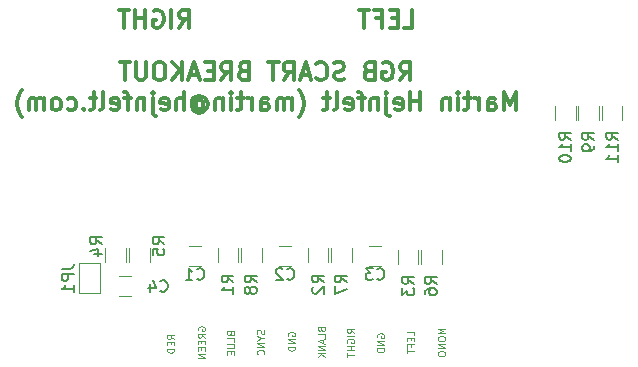
<source format=gbr>
G04 #@! TF.FileFunction,Legend,Bot*
%FSLAX46Y46*%
G04 Gerber Fmt 4.6, Leading zero omitted, Abs format (unit mm)*
G04 Created by KiCad (PCBNEW 4.0.7-e2-6376~61~ubuntu18.04.1) date Fri Dec 20 20:00:32 2019*
%MOMM*%
%LPD*%
G01*
G04 APERTURE LIST*
%ADD10C,0.100000*%
%ADD11C,0.300000*%
%ADD12C,0.120000*%
%ADD13C,0.150000*%
G04 APERTURE END LIST*
D10*
D11*
X155720428Y-79540571D02*
X156220428Y-78826286D01*
X156577571Y-79540571D02*
X156577571Y-78040571D01*
X156006143Y-78040571D01*
X155863285Y-78112000D01*
X155791857Y-78183429D01*
X155720428Y-78326286D01*
X155720428Y-78540571D01*
X155791857Y-78683429D01*
X155863285Y-78754857D01*
X156006143Y-78826286D01*
X156577571Y-78826286D01*
X154291857Y-78112000D02*
X154434714Y-78040571D01*
X154649000Y-78040571D01*
X154863285Y-78112000D01*
X155006143Y-78254857D01*
X155077571Y-78397714D01*
X155149000Y-78683429D01*
X155149000Y-78897714D01*
X155077571Y-79183429D01*
X155006143Y-79326286D01*
X154863285Y-79469143D01*
X154649000Y-79540571D01*
X154506143Y-79540571D01*
X154291857Y-79469143D01*
X154220428Y-79397714D01*
X154220428Y-78897714D01*
X154506143Y-78897714D01*
X153077571Y-78754857D02*
X152863285Y-78826286D01*
X152791857Y-78897714D01*
X152720428Y-79040571D01*
X152720428Y-79254857D01*
X152791857Y-79397714D01*
X152863285Y-79469143D01*
X153006143Y-79540571D01*
X153577571Y-79540571D01*
X153577571Y-78040571D01*
X153077571Y-78040571D01*
X152934714Y-78112000D01*
X152863285Y-78183429D01*
X152791857Y-78326286D01*
X152791857Y-78469143D01*
X152863285Y-78612000D01*
X152934714Y-78683429D01*
X153077571Y-78754857D01*
X153577571Y-78754857D01*
X151006143Y-79469143D02*
X150791857Y-79540571D01*
X150434714Y-79540571D01*
X150291857Y-79469143D01*
X150220428Y-79397714D01*
X150149000Y-79254857D01*
X150149000Y-79112000D01*
X150220428Y-78969143D01*
X150291857Y-78897714D01*
X150434714Y-78826286D01*
X150720428Y-78754857D01*
X150863286Y-78683429D01*
X150934714Y-78612000D01*
X151006143Y-78469143D01*
X151006143Y-78326286D01*
X150934714Y-78183429D01*
X150863286Y-78112000D01*
X150720428Y-78040571D01*
X150363286Y-78040571D01*
X150149000Y-78112000D01*
X148649000Y-79397714D02*
X148720429Y-79469143D01*
X148934715Y-79540571D01*
X149077572Y-79540571D01*
X149291857Y-79469143D01*
X149434715Y-79326286D01*
X149506143Y-79183429D01*
X149577572Y-78897714D01*
X149577572Y-78683429D01*
X149506143Y-78397714D01*
X149434715Y-78254857D01*
X149291857Y-78112000D01*
X149077572Y-78040571D01*
X148934715Y-78040571D01*
X148720429Y-78112000D01*
X148649000Y-78183429D01*
X148077572Y-79112000D02*
X147363286Y-79112000D01*
X148220429Y-79540571D02*
X147720429Y-78040571D01*
X147220429Y-79540571D01*
X145863286Y-79540571D02*
X146363286Y-78826286D01*
X146720429Y-79540571D02*
X146720429Y-78040571D01*
X146149001Y-78040571D01*
X146006143Y-78112000D01*
X145934715Y-78183429D01*
X145863286Y-78326286D01*
X145863286Y-78540571D01*
X145934715Y-78683429D01*
X146006143Y-78754857D01*
X146149001Y-78826286D01*
X146720429Y-78826286D01*
X145434715Y-78040571D02*
X144577572Y-78040571D01*
X145006143Y-79540571D02*
X145006143Y-78040571D01*
X142434715Y-78754857D02*
X142220429Y-78826286D01*
X142149001Y-78897714D01*
X142077572Y-79040571D01*
X142077572Y-79254857D01*
X142149001Y-79397714D01*
X142220429Y-79469143D01*
X142363287Y-79540571D01*
X142934715Y-79540571D01*
X142934715Y-78040571D01*
X142434715Y-78040571D01*
X142291858Y-78112000D01*
X142220429Y-78183429D01*
X142149001Y-78326286D01*
X142149001Y-78469143D01*
X142220429Y-78612000D01*
X142291858Y-78683429D01*
X142434715Y-78754857D01*
X142934715Y-78754857D01*
X140577572Y-79540571D02*
X141077572Y-78826286D01*
X141434715Y-79540571D02*
X141434715Y-78040571D01*
X140863287Y-78040571D01*
X140720429Y-78112000D01*
X140649001Y-78183429D01*
X140577572Y-78326286D01*
X140577572Y-78540571D01*
X140649001Y-78683429D01*
X140720429Y-78754857D01*
X140863287Y-78826286D01*
X141434715Y-78826286D01*
X139934715Y-78754857D02*
X139434715Y-78754857D01*
X139220429Y-79540571D02*
X139934715Y-79540571D01*
X139934715Y-78040571D01*
X139220429Y-78040571D01*
X138649001Y-79112000D02*
X137934715Y-79112000D01*
X138791858Y-79540571D02*
X138291858Y-78040571D01*
X137791858Y-79540571D01*
X137291858Y-79540571D02*
X137291858Y-78040571D01*
X136434715Y-79540571D02*
X137077572Y-78683429D01*
X136434715Y-78040571D02*
X137291858Y-78897714D01*
X135506144Y-78040571D02*
X135220430Y-78040571D01*
X135077572Y-78112000D01*
X134934715Y-78254857D01*
X134863287Y-78540571D01*
X134863287Y-79040571D01*
X134934715Y-79326286D01*
X135077572Y-79469143D01*
X135220430Y-79540571D01*
X135506144Y-79540571D01*
X135649001Y-79469143D01*
X135791858Y-79326286D01*
X135863287Y-79040571D01*
X135863287Y-78540571D01*
X135791858Y-78254857D01*
X135649001Y-78112000D01*
X135506144Y-78040571D01*
X134220429Y-78040571D02*
X134220429Y-79254857D01*
X134149001Y-79397714D01*
X134077572Y-79469143D01*
X133934715Y-79540571D01*
X133649001Y-79540571D01*
X133506143Y-79469143D01*
X133434715Y-79397714D01*
X133363286Y-79254857D01*
X133363286Y-78040571D01*
X132863286Y-78040571D02*
X132006143Y-78040571D01*
X132434714Y-79540571D02*
X132434714Y-78040571D01*
X165506143Y-82090571D02*
X165506143Y-80590571D01*
X165006143Y-81662000D01*
X164506143Y-80590571D01*
X164506143Y-82090571D01*
X163149000Y-82090571D02*
X163149000Y-81304857D01*
X163220429Y-81162000D01*
X163363286Y-81090571D01*
X163649000Y-81090571D01*
X163791857Y-81162000D01*
X163149000Y-82019143D02*
X163291857Y-82090571D01*
X163649000Y-82090571D01*
X163791857Y-82019143D01*
X163863286Y-81876286D01*
X163863286Y-81733429D01*
X163791857Y-81590571D01*
X163649000Y-81519143D01*
X163291857Y-81519143D01*
X163149000Y-81447714D01*
X162434714Y-82090571D02*
X162434714Y-81090571D01*
X162434714Y-81376286D02*
X162363286Y-81233429D01*
X162291857Y-81162000D01*
X162149000Y-81090571D01*
X162006143Y-81090571D01*
X161720429Y-81090571D02*
X161149000Y-81090571D01*
X161506143Y-80590571D02*
X161506143Y-81876286D01*
X161434715Y-82019143D01*
X161291857Y-82090571D01*
X161149000Y-82090571D01*
X160649000Y-82090571D02*
X160649000Y-81090571D01*
X160649000Y-80590571D02*
X160720429Y-80662000D01*
X160649000Y-80733429D01*
X160577572Y-80662000D01*
X160649000Y-80590571D01*
X160649000Y-80733429D01*
X159934714Y-81090571D02*
X159934714Y-82090571D01*
X159934714Y-81233429D02*
X159863286Y-81162000D01*
X159720428Y-81090571D01*
X159506143Y-81090571D01*
X159363286Y-81162000D01*
X159291857Y-81304857D01*
X159291857Y-82090571D01*
X157434714Y-82090571D02*
X157434714Y-80590571D01*
X157434714Y-81304857D02*
X156577571Y-81304857D01*
X156577571Y-82090571D02*
X156577571Y-80590571D01*
X155291857Y-82019143D02*
X155434714Y-82090571D01*
X155720428Y-82090571D01*
X155863285Y-82019143D01*
X155934714Y-81876286D01*
X155934714Y-81304857D01*
X155863285Y-81162000D01*
X155720428Y-81090571D01*
X155434714Y-81090571D01*
X155291857Y-81162000D01*
X155220428Y-81304857D01*
X155220428Y-81447714D01*
X155934714Y-81590571D01*
X154577571Y-81090571D02*
X154577571Y-82376286D01*
X154649000Y-82519143D01*
X154791857Y-82590571D01*
X154863285Y-82590571D01*
X154577571Y-80590571D02*
X154649000Y-80662000D01*
X154577571Y-80733429D01*
X154506143Y-80662000D01*
X154577571Y-80590571D01*
X154577571Y-80733429D01*
X153863285Y-81090571D02*
X153863285Y-82090571D01*
X153863285Y-81233429D02*
X153791857Y-81162000D01*
X153648999Y-81090571D01*
X153434714Y-81090571D01*
X153291857Y-81162000D01*
X153220428Y-81304857D01*
X153220428Y-82090571D01*
X152720428Y-81090571D02*
X152148999Y-81090571D01*
X152506142Y-82090571D02*
X152506142Y-80804857D01*
X152434714Y-80662000D01*
X152291856Y-80590571D01*
X152148999Y-80590571D01*
X151077571Y-82019143D02*
X151220428Y-82090571D01*
X151506142Y-82090571D01*
X151648999Y-82019143D01*
X151720428Y-81876286D01*
X151720428Y-81304857D01*
X151648999Y-81162000D01*
X151506142Y-81090571D01*
X151220428Y-81090571D01*
X151077571Y-81162000D01*
X151006142Y-81304857D01*
X151006142Y-81447714D01*
X151720428Y-81590571D01*
X150148999Y-82090571D02*
X150291857Y-82019143D01*
X150363285Y-81876286D01*
X150363285Y-80590571D01*
X149791857Y-81090571D02*
X149220428Y-81090571D01*
X149577571Y-80590571D02*
X149577571Y-81876286D01*
X149506143Y-82019143D01*
X149363285Y-82090571D01*
X149220428Y-82090571D01*
X147149000Y-82662000D02*
X147220428Y-82590571D01*
X147363285Y-82376286D01*
X147434714Y-82233429D01*
X147506143Y-82019143D01*
X147577571Y-81662000D01*
X147577571Y-81376286D01*
X147506143Y-81019143D01*
X147434714Y-80804857D01*
X147363285Y-80662000D01*
X147220428Y-80447714D01*
X147149000Y-80376286D01*
X146577571Y-82090571D02*
X146577571Y-81090571D01*
X146577571Y-81233429D02*
X146506143Y-81162000D01*
X146363285Y-81090571D01*
X146149000Y-81090571D01*
X146006143Y-81162000D01*
X145934714Y-81304857D01*
X145934714Y-82090571D01*
X145934714Y-81304857D02*
X145863285Y-81162000D01*
X145720428Y-81090571D01*
X145506143Y-81090571D01*
X145363285Y-81162000D01*
X145291857Y-81304857D01*
X145291857Y-82090571D01*
X143934714Y-82090571D02*
X143934714Y-81304857D01*
X144006143Y-81162000D01*
X144149000Y-81090571D01*
X144434714Y-81090571D01*
X144577571Y-81162000D01*
X143934714Y-82019143D02*
X144077571Y-82090571D01*
X144434714Y-82090571D01*
X144577571Y-82019143D01*
X144649000Y-81876286D01*
X144649000Y-81733429D01*
X144577571Y-81590571D01*
X144434714Y-81519143D01*
X144077571Y-81519143D01*
X143934714Y-81447714D01*
X143220428Y-82090571D02*
X143220428Y-81090571D01*
X143220428Y-81376286D02*
X143149000Y-81233429D01*
X143077571Y-81162000D01*
X142934714Y-81090571D01*
X142791857Y-81090571D01*
X142506143Y-81090571D02*
X141934714Y-81090571D01*
X142291857Y-80590571D02*
X142291857Y-81876286D01*
X142220429Y-82019143D01*
X142077571Y-82090571D01*
X141934714Y-82090571D01*
X141434714Y-82090571D02*
X141434714Y-81090571D01*
X141434714Y-80590571D02*
X141506143Y-80662000D01*
X141434714Y-80733429D01*
X141363286Y-80662000D01*
X141434714Y-80590571D01*
X141434714Y-80733429D01*
X140720428Y-81090571D02*
X140720428Y-82090571D01*
X140720428Y-81233429D02*
X140649000Y-81162000D01*
X140506142Y-81090571D01*
X140291857Y-81090571D01*
X140149000Y-81162000D01*
X140077571Y-81304857D01*
X140077571Y-82090571D01*
X138434714Y-81376286D02*
X138506142Y-81304857D01*
X138648999Y-81233429D01*
X138791857Y-81233429D01*
X138934714Y-81304857D01*
X139006142Y-81376286D01*
X139077571Y-81519143D01*
X139077571Y-81662000D01*
X139006142Y-81804857D01*
X138934714Y-81876286D01*
X138791857Y-81947714D01*
X138648999Y-81947714D01*
X138506142Y-81876286D01*
X138434714Y-81804857D01*
X138434714Y-81233429D02*
X138434714Y-81804857D01*
X138363285Y-81876286D01*
X138291857Y-81876286D01*
X138148999Y-81804857D01*
X138077571Y-81662000D01*
X138077571Y-81304857D01*
X138220428Y-81090571D01*
X138434714Y-80947714D01*
X138720428Y-80876286D01*
X139006142Y-80947714D01*
X139220428Y-81090571D01*
X139363285Y-81304857D01*
X139434714Y-81590571D01*
X139363285Y-81876286D01*
X139220428Y-82090571D01*
X139006142Y-82233429D01*
X138720428Y-82304857D01*
X138434714Y-82233429D01*
X138220428Y-82090571D01*
X137434714Y-82090571D02*
X137434714Y-80590571D01*
X136791857Y-82090571D02*
X136791857Y-81304857D01*
X136863286Y-81162000D01*
X137006143Y-81090571D01*
X137220428Y-81090571D01*
X137363286Y-81162000D01*
X137434714Y-81233429D01*
X135506143Y-82019143D02*
X135649000Y-82090571D01*
X135934714Y-82090571D01*
X136077571Y-82019143D01*
X136149000Y-81876286D01*
X136149000Y-81304857D01*
X136077571Y-81162000D01*
X135934714Y-81090571D01*
X135649000Y-81090571D01*
X135506143Y-81162000D01*
X135434714Y-81304857D01*
X135434714Y-81447714D01*
X136149000Y-81590571D01*
X134791857Y-81090571D02*
X134791857Y-82376286D01*
X134863286Y-82519143D01*
X135006143Y-82590571D01*
X135077571Y-82590571D01*
X134791857Y-80590571D02*
X134863286Y-80662000D01*
X134791857Y-80733429D01*
X134720429Y-80662000D01*
X134791857Y-80590571D01*
X134791857Y-80733429D01*
X134077571Y-81090571D02*
X134077571Y-82090571D01*
X134077571Y-81233429D02*
X134006143Y-81162000D01*
X133863285Y-81090571D01*
X133649000Y-81090571D01*
X133506143Y-81162000D01*
X133434714Y-81304857D01*
X133434714Y-82090571D01*
X132934714Y-81090571D02*
X132363285Y-81090571D01*
X132720428Y-82090571D02*
X132720428Y-80804857D01*
X132649000Y-80662000D01*
X132506142Y-80590571D01*
X132363285Y-80590571D01*
X131291857Y-82019143D02*
X131434714Y-82090571D01*
X131720428Y-82090571D01*
X131863285Y-82019143D01*
X131934714Y-81876286D01*
X131934714Y-81304857D01*
X131863285Y-81162000D01*
X131720428Y-81090571D01*
X131434714Y-81090571D01*
X131291857Y-81162000D01*
X131220428Y-81304857D01*
X131220428Y-81447714D01*
X131934714Y-81590571D01*
X130363285Y-82090571D02*
X130506143Y-82019143D01*
X130577571Y-81876286D01*
X130577571Y-80590571D01*
X130006143Y-81090571D02*
X129434714Y-81090571D01*
X129791857Y-80590571D02*
X129791857Y-81876286D01*
X129720429Y-82019143D01*
X129577571Y-82090571D01*
X129434714Y-82090571D01*
X128934714Y-81947714D02*
X128863286Y-82019143D01*
X128934714Y-82090571D01*
X129006143Y-82019143D01*
X128934714Y-81947714D01*
X128934714Y-82090571D01*
X127577571Y-82019143D02*
X127720428Y-82090571D01*
X128006142Y-82090571D01*
X128149000Y-82019143D01*
X128220428Y-81947714D01*
X128291857Y-81804857D01*
X128291857Y-81376286D01*
X128220428Y-81233429D01*
X128149000Y-81162000D01*
X128006142Y-81090571D01*
X127720428Y-81090571D01*
X127577571Y-81162000D01*
X126720428Y-82090571D02*
X126863286Y-82019143D01*
X126934714Y-81947714D01*
X127006143Y-81804857D01*
X127006143Y-81376286D01*
X126934714Y-81233429D01*
X126863286Y-81162000D01*
X126720428Y-81090571D01*
X126506143Y-81090571D01*
X126363286Y-81162000D01*
X126291857Y-81233429D01*
X126220428Y-81376286D01*
X126220428Y-81804857D01*
X126291857Y-81947714D01*
X126363286Y-82019143D01*
X126506143Y-82090571D01*
X126720428Y-82090571D01*
X125577571Y-82090571D02*
X125577571Y-81090571D01*
X125577571Y-81233429D02*
X125506143Y-81162000D01*
X125363285Y-81090571D01*
X125149000Y-81090571D01*
X125006143Y-81162000D01*
X124934714Y-81304857D01*
X124934714Y-82090571D01*
X124934714Y-81304857D02*
X124863285Y-81162000D01*
X124720428Y-81090571D01*
X124506143Y-81090571D01*
X124363285Y-81162000D01*
X124291857Y-81304857D01*
X124291857Y-82090571D01*
X123720428Y-82662000D02*
X123649000Y-82590571D01*
X123506143Y-82376286D01*
X123434714Y-82233429D01*
X123363285Y-82019143D01*
X123291857Y-81662000D01*
X123291857Y-81376286D01*
X123363285Y-81019143D01*
X123434714Y-80804857D01*
X123506143Y-80662000D01*
X123649000Y-80447714D01*
X123720428Y-80376286D01*
D10*
X136605929Y-101468286D02*
X136320214Y-101268286D01*
X136605929Y-101125429D02*
X136005929Y-101125429D01*
X136005929Y-101354001D01*
X136034500Y-101411143D01*
X136063071Y-101439715D01*
X136120214Y-101468286D01*
X136205929Y-101468286D01*
X136263071Y-101439715D01*
X136291643Y-101411143D01*
X136320214Y-101354001D01*
X136320214Y-101125429D01*
X136291643Y-101725429D02*
X136291643Y-101925429D01*
X136605929Y-102011143D02*
X136605929Y-101725429D01*
X136005929Y-101725429D01*
X136005929Y-102011143D01*
X136605929Y-102268286D02*
X136005929Y-102268286D01*
X136005929Y-102411143D01*
X136034500Y-102496858D01*
X136091643Y-102554000D01*
X136148786Y-102582572D01*
X136263071Y-102611143D01*
X136348786Y-102611143D01*
X136463071Y-102582572D01*
X136520214Y-102554000D01*
X136577357Y-102496858D01*
X136605929Y-102411143D01*
X136605929Y-102268286D01*
X138638000Y-100727001D02*
X138609429Y-100669858D01*
X138609429Y-100584144D01*
X138638000Y-100498429D01*
X138695143Y-100441287D01*
X138752286Y-100412715D01*
X138866571Y-100384144D01*
X138952286Y-100384144D01*
X139066571Y-100412715D01*
X139123714Y-100441287D01*
X139180857Y-100498429D01*
X139209429Y-100584144D01*
X139209429Y-100641287D01*
X139180857Y-100727001D01*
X139152286Y-100755572D01*
X138952286Y-100755572D01*
X138952286Y-100641287D01*
X139209429Y-101355572D02*
X138923714Y-101155572D01*
X139209429Y-101012715D02*
X138609429Y-101012715D01*
X138609429Y-101241287D01*
X138638000Y-101298429D01*
X138666571Y-101327001D01*
X138723714Y-101355572D01*
X138809429Y-101355572D01*
X138866571Y-101327001D01*
X138895143Y-101298429D01*
X138923714Y-101241287D01*
X138923714Y-101012715D01*
X138895143Y-101612715D02*
X138895143Y-101812715D01*
X139209429Y-101898429D02*
X139209429Y-101612715D01*
X138609429Y-101612715D01*
X138609429Y-101898429D01*
X138895143Y-102155572D02*
X138895143Y-102355572D01*
X139209429Y-102441286D02*
X139209429Y-102155572D01*
X138609429Y-102155572D01*
X138609429Y-102441286D01*
X139209429Y-102698429D02*
X138609429Y-102698429D01*
X139209429Y-103041286D01*
X138609429Y-103041286D01*
X141371643Y-101004786D02*
X141400214Y-101090500D01*
X141428786Y-101119072D01*
X141485929Y-101147643D01*
X141571643Y-101147643D01*
X141628786Y-101119072D01*
X141657357Y-101090500D01*
X141685929Y-101033358D01*
X141685929Y-100804786D01*
X141085929Y-100804786D01*
X141085929Y-101004786D01*
X141114500Y-101061929D01*
X141143071Y-101090500D01*
X141200214Y-101119072D01*
X141257357Y-101119072D01*
X141314500Y-101090500D01*
X141343071Y-101061929D01*
X141371643Y-101004786D01*
X141371643Y-100804786D01*
X141685929Y-101690500D02*
X141685929Y-101404786D01*
X141085929Y-101404786D01*
X141085929Y-101890500D02*
X141571643Y-101890500D01*
X141628786Y-101919072D01*
X141657357Y-101947643D01*
X141685929Y-102004786D01*
X141685929Y-102119072D01*
X141657357Y-102176214D01*
X141628786Y-102204786D01*
X141571643Y-102233357D01*
X141085929Y-102233357D01*
X141371643Y-102519071D02*
X141371643Y-102719071D01*
X141685929Y-102804785D02*
X141685929Y-102519071D01*
X141085929Y-102519071D01*
X141085929Y-102804785D01*
X144197357Y-100684143D02*
X144225929Y-100769857D01*
X144225929Y-100912714D01*
X144197357Y-100969857D01*
X144168786Y-100998428D01*
X144111643Y-101027000D01*
X144054500Y-101027000D01*
X143997357Y-100998428D01*
X143968786Y-100969857D01*
X143940214Y-100912714D01*
X143911643Y-100798428D01*
X143883071Y-100741286D01*
X143854500Y-100712714D01*
X143797357Y-100684143D01*
X143740214Y-100684143D01*
X143683071Y-100712714D01*
X143654500Y-100741286D01*
X143625929Y-100798428D01*
X143625929Y-100941286D01*
X143654500Y-101027000D01*
X143940214Y-101398429D02*
X144225929Y-101398429D01*
X143625929Y-101198429D02*
X143940214Y-101398429D01*
X143625929Y-101598429D01*
X144225929Y-101798429D02*
X143625929Y-101798429D01*
X144225929Y-102141286D01*
X143625929Y-102141286D01*
X144168786Y-102769857D02*
X144197357Y-102741286D01*
X144225929Y-102655572D01*
X144225929Y-102598429D01*
X144197357Y-102512714D01*
X144140214Y-102455572D01*
X144083071Y-102427000D01*
X143968786Y-102398429D01*
X143883071Y-102398429D01*
X143768786Y-102427000D01*
X143711643Y-102455572D01*
X143654500Y-102512714D01*
X143625929Y-102598429D01*
X143625929Y-102655572D01*
X143654500Y-102741286D01*
X143683071Y-102769857D01*
X146258000Y-101206358D02*
X146229429Y-101149215D01*
X146229429Y-101063501D01*
X146258000Y-100977786D01*
X146315143Y-100920644D01*
X146372286Y-100892072D01*
X146486571Y-100863501D01*
X146572286Y-100863501D01*
X146686571Y-100892072D01*
X146743714Y-100920644D01*
X146800857Y-100977786D01*
X146829429Y-101063501D01*
X146829429Y-101120644D01*
X146800857Y-101206358D01*
X146772286Y-101234929D01*
X146572286Y-101234929D01*
X146572286Y-101120644D01*
X146829429Y-101492072D02*
X146229429Y-101492072D01*
X146829429Y-101834929D01*
X146229429Y-101834929D01*
X146829429Y-102120643D02*
X146229429Y-102120643D01*
X146229429Y-102263500D01*
X146258000Y-102349215D01*
X146315143Y-102406357D01*
X146372286Y-102434929D01*
X146486571Y-102463500D01*
X146572286Y-102463500D01*
X146686571Y-102434929D01*
X146743714Y-102406357D01*
X146800857Y-102349215D01*
X146829429Y-102263500D01*
X146829429Y-102120643D01*
X149055143Y-100655572D02*
X149083714Y-100741286D01*
X149112286Y-100769858D01*
X149169429Y-100798429D01*
X149255143Y-100798429D01*
X149312286Y-100769858D01*
X149340857Y-100741286D01*
X149369429Y-100684144D01*
X149369429Y-100455572D01*
X148769429Y-100455572D01*
X148769429Y-100655572D01*
X148798000Y-100712715D01*
X148826571Y-100741286D01*
X148883714Y-100769858D01*
X148940857Y-100769858D01*
X148998000Y-100741286D01*
X149026571Y-100712715D01*
X149055143Y-100655572D01*
X149055143Y-100455572D01*
X149369429Y-101341286D02*
X149369429Y-101055572D01*
X148769429Y-101055572D01*
X149198000Y-101512715D02*
X149198000Y-101798429D01*
X149369429Y-101455572D02*
X148769429Y-101655572D01*
X149369429Y-101855572D01*
X149369429Y-102055572D02*
X148769429Y-102055572D01*
X149369429Y-102398429D01*
X148769429Y-102398429D01*
X149369429Y-102684143D02*
X148769429Y-102684143D01*
X149369429Y-103027000D02*
X149026571Y-102769857D01*
X148769429Y-103027000D02*
X149112286Y-102684143D01*
X159529429Y-100584144D02*
X158929429Y-100584144D01*
X159358000Y-100784144D01*
X158929429Y-100984144D01*
X159529429Y-100984144D01*
X158929429Y-101384144D02*
X158929429Y-101498430D01*
X158958000Y-101555572D01*
X159015143Y-101612715D01*
X159129429Y-101641287D01*
X159329429Y-101641287D01*
X159443714Y-101612715D01*
X159500857Y-101555572D01*
X159529429Y-101498430D01*
X159529429Y-101384144D01*
X159500857Y-101327001D01*
X159443714Y-101269858D01*
X159329429Y-101241287D01*
X159129429Y-101241287D01*
X159015143Y-101269858D01*
X158958000Y-101327001D01*
X158929429Y-101384144D01*
X159529429Y-101898429D02*
X158929429Y-101898429D01*
X159529429Y-102241286D01*
X158929429Y-102241286D01*
X158929429Y-102641286D02*
X158929429Y-102755572D01*
X158958000Y-102812714D01*
X159015143Y-102869857D01*
X159129429Y-102898429D01*
X159329429Y-102898429D01*
X159443714Y-102869857D01*
X159500857Y-102812714D01*
X159529429Y-102755572D01*
X159529429Y-102641286D01*
X159500857Y-102584143D01*
X159443714Y-102527000D01*
X159329429Y-102498429D01*
X159129429Y-102498429D01*
X159015143Y-102527000D01*
X158958000Y-102584143D01*
X158929429Y-102641286D01*
X153814500Y-101333358D02*
X153785929Y-101276215D01*
X153785929Y-101190501D01*
X153814500Y-101104786D01*
X153871643Y-101047644D01*
X153928786Y-101019072D01*
X154043071Y-100990501D01*
X154128786Y-100990501D01*
X154243071Y-101019072D01*
X154300214Y-101047644D01*
X154357357Y-101104786D01*
X154385929Y-101190501D01*
X154385929Y-101247644D01*
X154357357Y-101333358D01*
X154328786Y-101361929D01*
X154128786Y-101361929D01*
X154128786Y-101247644D01*
X154385929Y-101619072D02*
X153785929Y-101619072D01*
X154385929Y-101961929D01*
X153785929Y-101961929D01*
X154385929Y-102247643D02*
X153785929Y-102247643D01*
X153785929Y-102390500D01*
X153814500Y-102476215D01*
X153871643Y-102533357D01*
X153928786Y-102561929D01*
X154043071Y-102590500D01*
X154128786Y-102590500D01*
X154243071Y-102561929D01*
X154300214Y-102533357D01*
X154357357Y-102476215D01*
X154385929Y-102390500D01*
X154385929Y-102247643D01*
X151845929Y-100927000D02*
X151560214Y-100727000D01*
X151845929Y-100584143D02*
X151245929Y-100584143D01*
X151245929Y-100812715D01*
X151274500Y-100869857D01*
X151303071Y-100898429D01*
X151360214Y-100927000D01*
X151445929Y-100927000D01*
X151503071Y-100898429D01*
X151531643Y-100869857D01*
X151560214Y-100812715D01*
X151560214Y-100584143D01*
X151845929Y-101184143D02*
X151245929Y-101184143D01*
X151274500Y-101784143D02*
X151245929Y-101727000D01*
X151245929Y-101641286D01*
X151274500Y-101555571D01*
X151331643Y-101498429D01*
X151388786Y-101469857D01*
X151503071Y-101441286D01*
X151588786Y-101441286D01*
X151703071Y-101469857D01*
X151760214Y-101498429D01*
X151817357Y-101555571D01*
X151845929Y-101641286D01*
X151845929Y-101698429D01*
X151817357Y-101784143D01*
X151788786Y-101812714D01*
X151588786Y-101812714D01*
X151588786Y-101698429D01*
X151845929Y-102069857D02*
X151245929Y-102069857D01*
X151531643Y-102069857D02*
X151531643Y-102412714D01*
X151845929Y-102412714D02*
X151245929Y-102412714D01*
X151245929Y-102612714D02*
X151245929Y-102955571D01*
X151845929Y-102784142D02*
X151245929Y-102784142D01*
X156925929Y-101155571D02*
X156925929Y-100869857D01*
X156325929Y-100869857D01*
X156611643Y-101355571D02*
X156611643Y-101555571D01*
X156925929Y-101641285D02*
X156925929Y-101355571D01*
X156325929Y-101355571D01*
X156325929Y-101641285D01*
X156611643Y-102098428D02*
X156611643Y-101898428D01*
X156925929Y-101898428D02*
X156325929Y-101898428D01*
X156325929Y-102184142D01*
X156325929Y-102327000D02*
X156325929Y-102669857D01*
X156925929Y-102498428D02*
X156325929Y-102498428D01*
D11*
X137001000Y-75100571D02*
X137501000Y-74386286D01*
X137858143Y-75100571D02*
X137858143Y-73600571D01*
X137286715Y-73600571D01*
X137143857Y-73672000D01*
X137072429Y-73743429D01*
X137001000Y-73886286D01*
X137001000Y-74100571D01*
X137072429Y-74243429D01*
X137143857Y-74314857D01*
X137286715Y-74386286D01*
X137858143Y-74386286D01*
X136358143Y-75100571D02*
X136358143Y-73600571D01*
X134858143Y-73672000D02*
X135001000Y-73600571D01*
X135215286Y-73600571D01*
X135429571Y-73672000D01*
X135572429Y-73814857D01*
X135643857Y-73957714D01*
X135715286Y-74243429D01*
X135715286Y-74457714D01*
X135643857Y-74743429D01*
X135572429Y-74886286D01*
X135429571Y-75029143D01*
X135215286Y-75100571D01*
X135072429Y-75100571D01*
X134858143Y-75029143D01*
X134786714Y-74957714D01*
X134786714Y-74457714D01*
X135072429Y-74457714D01*
X134143857Y-75100571D02*
X134143857Y-73600571D01*
X134143857Y-74314857D02*
X133286714Y-74314857D01*
X133286714Y-75100571D02*
X133286714Y-73600571D01*
X132786714Y-73600571D02*
X131929571Y-73600571D01*
X132358142Y-75100571D02*
X132358142Y-73600571D01*
X156051071Y-75100571D02*
X156765357Y-75100571D01*
X156765357Y-73600571D01*
X155551071Y-74314857D02*
X155051071Y-74314857D01*
X154836785Y-75100571D02*
X155551071Y-75100571D01*
X155551071Y-73600571D01*
X154836785Y-73600571D01*
X153693928Y-74314857D02*
X154193928Y-74314857D01*
X154193928Y-75100571D02*
X154193928Y-73600571D01*
X153479642Y-73600571D01*
X153122500Y-73600571D02*
X152265357Y-73600571D01*
X152693928Y-75100571D02*
X152693928Y-73600571D01*
D12*
X138866500Y-95274500D02*
X137866500Y-95274500D01*
X137866500Y-93574500D02*
X138866500Y-93574500D01*
X146486500Y-95274500D02*
X145486500Y-95274500D01*
X145486500Y-93574500D02*
X146486500Y-93574500D01*
X154106500Y-95274500D02*
X153106500Y-95274500D01*
X153106500Y-93574500D02*
X154106500Y-93574500D01*
X131961000Y-96114500D02*
X132961000Y-96114500D01*
X132961000Y-97814500D02*
X131961000Y-97814500D01*
X142040500Y-94961000D02*
X142040500Y-93761000D01*
X140280500Y-93761000D02*
X140280500Y-94961000D01*
X149660500Y-94961000D02*
X149660500Y-93761000D01*
X147900500Y-93761000D02*
X147900500Y-94961000D01*
X157280500Y-95088000D02*
X157280500Y-93888000D01*
X155520500Y-93888000D02*
X155520500Y-95088000D01*
X132515500Y-94961000D02*
X132515500Y-93761000D01*
X130755500Y-93761000D02*
X130755500Y-94961000D01*
X134547500Y-94961000D02*
X134547500Y-93761000D01*
X132787500Y-93761000D02*
X132787500Y-94961000D01*
X159249000Y-95088000D02*
X159249000Y-93888000D01*
X157489000Y-93888000D02*
X157489000Y-95088000D01*
X151629000Y-94961000D02*
X151629000Y-93761000D01*
X149869000Y-93761000D02*
X149869000Y-94961000D01*
X144009000Y-94961000D02*
X144009000Y-93761000D01*
X142249000Y-93761000D02*
X142249000Y-94961000D01*
X172584000Y-82896000D02*
X172584000Y-81696000D01*
X170824000Y-81696000D02*
X170824000Y-82896000D01*
X170615500Y-82896000D02*
X170615500Y-81696000D01*
X168855500Y-81696000D02*
X168855500Y-82896000D01*
X174552500Y-82896000D02*
X174552500Y-81696000D01*
X172792500Y-81696000D02*
X172792500Y-82896000D01*
X130303000Y-95059500D02*
X130303000Y-97599500D01*
X128523000Y-97599500D02*
X128523000Y-95059500D01*
X128523000Y-97599500D02*
X130303000Y-97599500D01*
X130303000Y-95059500D02*
X128523000Y-95059500D01*
D13*
X138533166Y-96369143D02*
X138580785Y-96416762D01*
X138723642Y-96464381D01*
X138818880Y-96464381D01*
X138961738Y-96416762D01*
X139056976Y-96321524D01*
X139104595Y-96226286D01*
X139152214Y-96035810D01*
X139152214Y-95892952D01*
X139104595Y-95702476D01*
X139056976Y-95607238D01*
X138961738Y-95512000D01*
X138818880Y-95464381D01*
X138723642Y-95464381D01*
X138580785Y-95512000D01*
X138533166Y-95559619D01*
X137580785Y-96464381D02*
X138152214Y-96464381D01*
X137866500Y-96464381D02*
X137866500Y-95464381D01*
X137961738Y-95607238D01*
X138056976Y-95702476D01*
X138152214Y-95750095D01*
X146153166Y-96369143D02*
X146200785Y-96416762D01*
X146343642Y-96464381D01*
X146438880Y-96464381D01*
X146581738Y-96416762D01*
X146676976Y-96321524D01*
X146724595Y-96226286D01*
X146772214Y-96035810D01*
X146772214Y-95892952D01*
X146724595Y-95702476D01*
X146676976Y-95607238D01*
X146581738Y-95512000D01*
X146438880Y-95464381D01*
X146343642Y-95464381D01*
X146200785Y-95512000D01*
X146153166Y-95559619D01*
X145772214Y-95559619D02*
X145724595Y-95512000D01*
X145629357Y-95464381D01*
X145391261Y-95464381D01*
X145296023Y-95512000D01*
X145248404Y-95559619D01*
X145200785Y-95654857D01*
X145200785Y-95750095D01*
X145248404Y-95892952D01*
X145819833Y-96464381D01*
X145200785Y-96464381D01*
X153773166Y-96369143D02*
X153820785Y-96416762D01*
X153963642Y-96464381D01*
X154058880Y-96464381D01*
X154201738Y-96416762D01*
X154296976Y-96321524D01*
X154344595Y-96226286D01*
X154392214Y-96035810D01*
X154392214Y-95892952D01*
X154344595Y-95702476D01*
X154296976Y-95607238D01*
X154201738Y-95512000D01*
X154058880Y-95464381D01*
X153963642Y-95464381D01*
X153820785Y-95512000D01*
X153773166Y-95559619D01*
X153439833Y-95464381D02*
X152820785Y-95464381D01*
X153154119Y-95845333D01*
X153011261Y-95845333D01*
X152916023Y-95892952D01*
X152868404Y-95940571D01*
X152820785Y-96035810D01*
X152820785Y-96273905D01*
X152868404Y-96369143D01*
X152916023Y-96416762D01*
X153011261Y-96464381D01*
X153296976Y-96464381D01*
X153392214Y-96416762D01*
X153439833Y-96369143D01*
X135421666Y-97385143D02*
X135469285Y-97432762D01*
X135612142Y-97480381D01*
X135707380Y-97480381D01*
X135850238Y-97432762D01*
X135945476Y-97337524D01*
X135993095Y-97242286D01*
X136040714Y-97051810D01*
X136040714Y-96908952D01*
X135993095Y-96718476D01*
X135945476Y-96623238D01*
X135850238Y-96528000D01*
X135707380Y-96480381D01*
X135612142Y-96480381D01*
X135469285Y-96528000D01*
X135421666Y-96575619D01*
X134564523Y-96813714D02*
X134564523Y-97480381D01*
X134802619Y-96432762D02*
X135040714Y-97147048D01*
X134421666Y-97147048D01*
X141612881Y-96670834D02*
X141136690Y-96337500D01*
X141612881Y-96099405D02*
X140612881Y-96099405D01*
X140612881Y-96480358D01*
X140660500Y-96575596D01*
X140708119Y-96623215D01*
X140803357Y-96670834D01*
X140946214Y-96670834D01*
X141041452Y-96623215D01*
X141089071Y-96575596D01*
X141136690Y-96480358D01*
X141136690Y-96099405D01*
X141612881Y-97623215D02*
X141612881Y-97051786D01*
X141612881Y-97337500D02*
X140612881Y-97337500D01*
X140755738Y-97242262D01*
X140850976Y-97147024D01*
X140898595Y-97051786D01*
X149296381Y-96670834D02*
X148820190Y-96337500D01*
X149296381Y-96099405D02*
X148296381Y-96099405D01*
X148296381Y-96480358D01*
X148344000Y-96575596D01*
X148391619Y-96623215D01*
X148486857Y-96670834D01*
X148629714Y-96670834D01*
X148724952Y-96623215D01*
X148772571Y-96575596D01*
X148820190Y-96480358D01*
X148820190Y-96099405D01*
X148391619Y-97051786D02*
X148344000Y-97099405D01*
X148296381Y-97194643D01*
X148296381Y-97432739D01*
X148344000Y-97527977D01*
X148391619Y-97575596D01*
X148486857Y-97623215D01*
X148582095Y-97623215D01*
X148724952Y-97575596D01*
X149296381Y-97004167D01*
X149296381Y-97623215D01*
X156916381Y-96797834D02*
X156440190Y-96464500D01*
X156916381Y-96226405D02*
X155916381Y-96226405D01*
X155916381Y-96607358D01*
X155964000Y-96702596D01*
X156011619Y-96750215D01*
X156106857Y-96797834D01*
X156249714Y-96797834D01*
X156344952Y-96750215D01*
X156392571Y-96702596D01*
X156440190Y-96607358D01*
X156440190Y-96226405D01*
X155916381Y-97131167D02*
X155916381Y-97750215D01*
X156297333Y-97416881D01*
X156297333Y-97559739D01*
X156344952Y-97654977D01*
X156392571Y-97702596D01*
X156487810Y-97750215D01*
X156725905Y-97750215D01*
X156821143Y-97702596D01*
X156868762Y-97654977D01*
X156916381Y-97559739D01*
X156916381Y-97274024D01*
X156868762Y-97178786D01*
X156821143Y-97131167D01*
X130500381Y-93432334D02*
X130024190Y-93099000D01*
X130500381Y-92860905D02*
X129500381Y-92860905D01*
X129500381Y-93241858D01*
X129548000Y-93337096D01*
X129595619Y-93384715D01*
X129690857Y-93432334D01*
X129833714Y-93432334D01*
X129928952Y-93384715D01*
X129976571Y-93337096D01*
X130024190Y-93241858D01*
X130024190Y-92860905D01*
X129833714Y-94289477D02*
X130500381Y-94289477D01*
X129452762Y-94051381D02*
X130167048Y-93813286D01*
X130167048Y-94432334D01*
X135770881Y-93432334D02*
X135294690Y-93099000D01*
X135770881Y-92860905D02*
X134770881Y-92860905D01*
X134770881Y-93241858D01*
X134818500Y-93337096D01*
X134866119Y-93384715D01*
X134961357Y-93432334D01*
X135104214Y-93432334D01*
X135199452Y-93384715D01*
X135247071Y-93337096D01*
X135294690Y-93241858D01*
X135294690Y-92860905D01*
X134770881Y-94337096D02*
X134770881Y-93860905D01*
X135247071Y-93813286D01*
X135199452Y-93860905D01*
X135151833Y-93956143D01*
X135151833Y-94194239D01*
X135199452Y-94289477D01*
X135247071Y-94337096D01*
X135342310Y-94384715D01*
X135580405Y-94384715D01*
X135675643Y-94337096D01*
X135723262Y-94289477D01*
X135770881Y-94194239D01*
X135770881Y-93956143D01*
X135723262Y-93860905D01*
X135675643Y-93813286D01*
X158821381Y-96797834D02*
X158345190Y-96464500D01*
X158821381Y-96226405D02*
X157821381Y-96226405D01*
X157821381Y-96607358D01*
X157869000Y-96702596D01*
X157916619Y-96750215D01*
X158011857Y-96797834D01*
X158154714Y-96797834D01*
X158249952Y-96750215D01*
X158297571Y-96702596D01*
X158345190Y-96607358D01*
X158345190Y-96226405D01*
X157821381Y-97654977D02*
X157821381Y-97464500D01*
X157869000Y-97369262D01*
X157916619Y-97321643D01*
X158059476Y-97226405D01*
X158249952Y-97178786D01*
X158630905Y-97178786D01*
X158726143Y-97226405D01*
X158773762Y-97274024D01*
X158821381Y-97369262D01*
X158821381Y-97559739D01*
X158773762Y-97654977D01*
X158726143Y-97702596D01*
X158630905Y-97750215D01*
X158392810Y-97750215D01*
X158297571Y-97702596D01*
X158249952Y-97654977D01*
X158202333Y-97559739D01*
X158202333Y-97369262D01*
X158249952Y-97274024D01*
X158297571Y-97226405D01*
X158392810Y-97178786D01*
X151201381Y-96670834D02*
X150725190Y-96337500D01*
X151201381Y-96099405D02*
X150201381Y-96099405D01*
X150201381Y-96480358D01*
X150249000Y-96575596D01*
X150296619Y-96623215D01*
X150391857Y-96670834D01*
X150534714Y-96670834D01*
X150629952Y-96623215D01*
X150677571Y-96575596D01*
X150725190Y-96480358D01*
X150725190Y-96099405D01*
X150201381Y-97004167D02*
X150201381Y-97670834D01*
X151201381Y-97242262D01*
X143581381Y-96670834D02*
X143105190Y-96337500D01*
X143581381Y-96099405D02*
X142581381Y-96099405D01*
X142581381Y-96480358D01*
X142629000Y-96575596D01*
X142676619Y-96623215D01*
X142771857Y-96670834D01*
X142914714Y-96670834D01*
X143009952Y-96623215D01*
X143057571Y-96575596D01*
X143105190Y-96480358D01*
X143105190Y-96099405D01*
X143009952Y-97242262D02*
X142962333Y-97147024D01*
X142914714Y-97099405D01*
X142819476Y-97051786D01*
X142771857Y-97051786D01*
X142676619Y-97099405D01*
X142629000Y-97147024D01*
X142581381Y-97242262D01*
X142581381Y-97432739D01*
X142629000Y-97527977D01*
X142676619Y-97575596D01*
X142771857Y-97623215D01*
X142819476Y-97623215D01*
X142914714Y-97575596D01*
X142962333Y-97527977D01*
X143009952Y-97432739D01*
X143009952Y-97242262D01*
X143057571Y-97147024D01*
X143105190Y-97099405D01*
X143200429Y-97051786D01*
X143390905Y-97051786D01*
X143486143Y-97099405D01*
X143533762Y-97147024D01*
X143581381Y-97242262D01*
X143581381Y-97432739D01*
X143533762Y-97527977D01*
X143486143Y-97575596D01*
X143390905Y-97623215D01*
X143200429Y-97623215D01*
X143105190Y-97575596D01*
X143057571Y-97527977D01*
X143009952Y-97432739D01*
X172156381Y-84605834D02*
X171680190Y-84272500D01*
X172156381Y-84034405D02*
X171156381Y-84034405D01*
X171156381Y-84415358D01*
X171204000Y-84510596D01*
X171251619Y-84558215D01*
X171346857Y-84605834D01*
X171489714Y-84605834D01*
X171584952Y-84558215D01*
X171632571Y-84510596D01*
X171680190Y-84415358D01*
X171680190Y-84034405D01*
X172156381Y-85082024D02*
X172156381Y-85272500D01*
X172108762Y-85367739D01*
X172061143Y-85415358D01*
X171918286Y-85510596D01*
X171727810Y-85558215D01*
X171346857Y-85558215D01*
X171251619Y-85510596D01*
X171204000Y-85462977D01*
X171156381Y-85367739D01*
X171156381Y-85177262D01*
X171204000Y-85082024D01*
X171251619Y-85034405D01*
X171346857Y-84986786D01*
X171584952Y-84986786D01*
X171680190Y-85034405D01*
X171727810Y-85082024D01*
X171775429Y-85177262D01*
X171775429Y-85367739D01*
X171727810Y-85462977D01*
X171680190Y-85510596D01*
X171584952Y-85558215D01*
X170187881Y-84574143D02*
X169711690Y-84240809D01*
X170187881Y-84002714D02*
X169187881Y-84002714D01*
X169187881Y-84383667D01*
X169235500Y-84478905D01*
X169283119Y-84526524D01*
X169378357Y-84574143D01*
X169521214Y-84574143D01*
X169616452Y-84526524D01*
X169664071Y-84478905D01*
X169711690Y-84383667D01*
X169711690Y-84002714D01*
X170187881Y-85526524D02*
X170187881Y-84955095D01*
X170187881Y-85240809D02*
X169187881Y-85240809D01*
X169330738Y-85145571D01*
X169425976Y-85050333D01*
X169473595Y-84955095D01*
X169187881Y-86145571D02*
X169187881Y-86240810D01*
X169235500Y-86336048D01*
X169283119Y-86383667D01*
X169378357Y-86431286D01*
X169568833Y-86478905D01*
X169806929Y-86478905D01*
X169997405Y-86431286D01*
X170092643Y-86383667D01*
X170140262Y-86336048D01*
X170187881Y-86240810D01*
X170187881Y-86145571D01*
X170140262Y-86050333D01*
X170092643Y-86002714D01*
X169997405Y-85955095D01*
X169806929Y-85907476D01*
X169568833Y-85907476D01*
X169378357Y-85955095D01*
X169283119Y-86002714D01*
X169235500Y-86050333D01*
X169187881Y-86145571D01*
X174188381Y-84574143D02*
X173712190Y-84240809D01*
X174188381Y-84002714D02*
X173188381Y-84002714D01*
X173188381Y-84383667D01*
X173236000Y-84478905D01*
X173283619Y-84526524D01*
X173378857Y-84574143D01*
X173521714Y-84574143D01*
X173616952Y-84526524D01*
X173664571Y-84478905D01*
X173712190Y-84383667D01*
X173712190Y-84002714D01*
X174188381Y-85526524D02*
X174188381Y-84955095D01*
X174188381Y-85240809D02*
X173188381Y-85240809D01*
X173331238Y-85145571D01*
X173426476Y-85050333D01*
X173474095Y-84955095D01*
X174188381Y-86478905D02*
X174188381Y-85907476D01*
X174188381Y-86193190D02*
X173188381Y-86193190D01*
X173331238Y-86097952D01*
X173426476Y-86002714D01*
X173474095Y-85907476D01*
X127085381Y-95496167D02*
X127799667Y-95496167D01*
X127942524Y-95448547D01*
X128037762Y-95353309D01*
X128085381Y-95210452D01*
X128085381Y-95115214D01*
X128085381Y-95972357D02*
X127085381Y-95972357D01*
X127085381Y-96353310D01*
X127133000Y-96448548D01*
X127180619Y-96496167D01*
X127275857Y-96543786D01*
X127418714Y-96543786D01*
X127513952Y-96496167D01*
X127561571Y-96448548D01*
X127609190Y-96353310D01*
X127609190Y-95972357D01*
X128085381Y-97496167D02*
X128085381Y-96924738D01*
X128085381Y-97210452D02*
X127085381Y-97210452D01*
X127228238Y-97115214D01*
X127323476Y-97019976D01*
X127371095Y-96924738D01*
M02*

</source>
